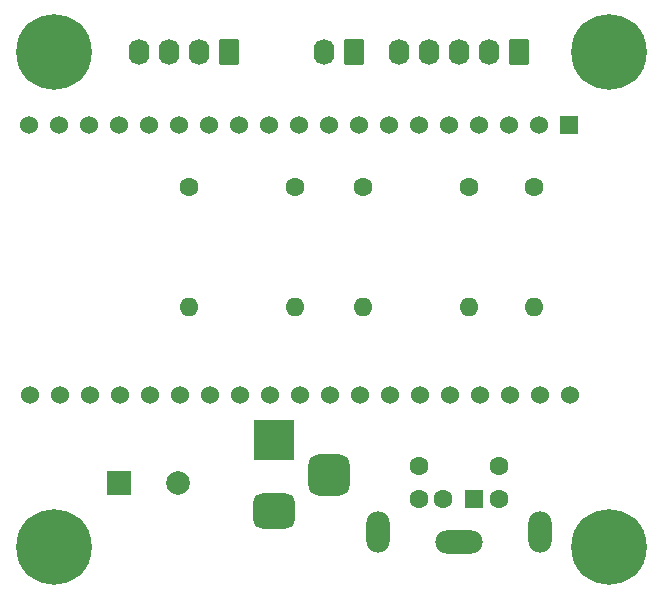
<source format=gbr>
%TF.GenerationSoftware,KiCad,Pcbnew,(6.0.7)*%
%TF.CreationDate,2024-08-27T11:09:32+08:00*%
%TF.ProjectId,KiCad_Esp32_LotNoDisplay,4b694361-645f-4457-9370-33325f4c6f74,rev?*%
%TF.SameCoordinates,Original*%
%TF.FileFunction,Soldermask,Bot*%
%TF.FilePolarity,Negative*%
%FSLAX46Y46*%
G04 Gerber Fmt 4.6, Leading zero omitted, Abs format (unit mm)*
G04 Created by KiCad (PCBNEW (6.0.7)) date 2024-08-27 11:09:32*
%MOMM*%
%LPD*%
G01*
G04 APERTURE LIST*
G04 Aperture macros list*
%AMRoundRect*
0 Rectangle with rounded corners*
0 $1 Rounding radius*
0 $2 $3 $4 $5 $6 $7 $8 $9 X,Y pos of 4 corners*
0 Add a 4 corners polygon primitive as box body*
4,1,4,$2,$3,$4,$5,$6,$7,$8,$9,$2,$3,0*
0 Add four circle primitives for the rounded corners*
1,1,$1+$1,$2,$3*
1,1,$1+$1,$4,$5*
1,1,$1+$1,$6,$7*
1,1,$1+$1,$8,$9*
0 Add four rect primitives between the rounded corners*
20,1,$1+$1,$2,$3,$4,$5,0*
20,1,$1+$1,$4,$5,$6,$7,0*
20,1,$1+$1,$6,$7,$8,$9,0*
20,1,$1+$1,$8,$9,$2,$3,0*%
G04 Aperture macros list end*
%ADD10O,1.740000X2.190000*%
%ADD11RoundRect,0.250000X0.620000X0.845000X-0.620000X0.845000X-0.620000X-0.845000X0.620000X-0.845000X0*%
%ADD12C,1.530000*%
%ADD13R,1.530000X1.530000*%
%ADD14C,0.800000*%
%ADD15C,6.400000*%
%ADD16C,1.600000*%
%ADD17O,1.600000X1.600000*%
%ADD18RoundRect,0.875000X0.875000X-0.875000X0.875000X0.875000X-0.875000X0.875000X-0.875000X-0.875000X0*%
%ADD19RoundRect,0.750000X1.000000X-0.750000X1.000000X0.750000X-1.000000X0.750000X-1.000000X-0.750000X0*%
%ADD20R,3.500000X3.500000*%
%ADD21R,1.600000X1.600000*%
%ADD22O,4.000000X2.000000*%
%ADD23O,2.000000X3.500000*%
%ADD24C,2.000000*%
%ADD25R,2.000000X2.000000*%
G04 APERTURE END LIST*
D10*
%TO.C,J5*%
X32639000Y-30480000D03*
X35179000Y-30480000D03*
X37719000Y-30480000D03*
D11*
X40259000Y-30480000D03*
%TD*%
D12*
%TO.C,U2*%
X69085475Y-59518806D03*
X66545475Y-59518806D03*
X64005475Y-59518806D03*
X61465475Y-59518806D03*
X58925475Y-59518806D03*
X56385475Y-59518806D03*
X53845475Y-59518806D03*
X51305475Y-59518806D03*
X48765475Y-59518806D03*
X46225475Y-59518806D03*
X43685475Y-59518806D03*
X41145475Y-59518806D03*
X38605475Y-59518806D03*
X36065475Y-59518806D03*
X33525475Y-59518806D03*
X30985475Y-59518806D03*
X28445475Y-59518806D03*
X25905475Y-59518806D03*
X23365475Y-59518806D03*
X23355475Y-36658806D03*
X25895475Y-36658806D03*
X28435475Y-36658806D03*
X30975475Y-36658806D03*
X33515475Y-36658806D03*
X36055475Y-36658806D03*
X38595475Y-36658806D03*
X41135475Y-36658806D03*
X43675475Y-36658806D03*
X46215475Y-36658806D03*
X48755475Y-36658806D03*
X51295475Y-36658806D03*
X53835475Y-36658806D03*
X56375475Y-36658806D03*
X58915475Y-36658806D03*
X61455475Y-36658806D03*
X63995475Y-36658806D03*
X66535475Y-36658806D03*
D13*
X69075475Y-36658806D03*
%TD*%
D14*
%TO.C,H2*%
X72390000Y-28080000D03*
X74087056Y-32177056D03*
X74087056Y-28782944D03*
X74790000Y-30480000D03*
D15*
X72390000Y-30480000D03*
D14*
X72390000Y-32880000D03*
X70692944Y-28782944D03*
X70692944Y-32177056D03*
X69990000Y-30480000D03*
%TD*%
%TO.C,H4*%
X23000000Y-72390000D03*
X23702944Y-74087056D03*
X23702944Y-70692944D03*
X25400000Y-74790000D03*
D15*
X25400000Y-72390000D03*
D14*
X27800000Y-72390000D03*
X27097056Y-70692944D03*
X27097056Y-74087056D03*
X25400000Y-69990000D03*
%TD*%
%TO.C,H3*%
X69990000Y-72390000D03*
X70692944Y-74087056D03*
X70692944Y-70692944D03*
X72390000Y-74790000D03*
D15*
X72390000Y-72390000D03*
D14*
X74790000Y-72390000D03*
X74087056Y-70692944D03*
X74087056Y-74087056D03*
X72390000Y-69990000D03*
%TD*%
D11*
%TO.C,J2*%
X64770000Y-30480000D03*
D10*
X62230000Y-30480000D03*
X59690000Y-30480000D03*
X57150000Y-30480000D03*
X54610000Y-30480000D03*
%TD*%
D16*
%TO.C,R8*%
X66040000Y-41910000D03*
D17*
X66040000Y-52070000D03*
%TD*%
%TO.C,R5*%
X45853332Y-52070000D03*
D16*
X45853332Y-41910000D03*
%TD*%
D17*
%TO.C,R4*%
X36830000Y-52070000D03*
D16*
X36830000Y-41910000D03*
%TD*%
D17*
%TO.C,R3*%
X60591662Y-52070000D03*
D16*
X60591662Y-41910000D03*
%TD*%
%TO.C,R2*%
X51568330Y-41910000D03*
D17*
X51568330Y-52070000D03*
%TD*%
D18*
%TO.C,J3*%
X48758870Y-66311280D03*
D19*
X44058870Y-69311280D03*
D20*
X44058870Y-63311280D03*
%TD*%
D11*
%TO.C,J4*%
X50800000Y-30480000D03*
D10*
X48260000Y-30480000D03*
%TD*%
D21*
%TO.C,J1*%
X61007541Y-68302941D03*
D16*
X58407541Y-68302941D03*
X63107541Y-68302941D03*
X56307541Y-68302941D03*
X63107541Y-65502941D03*
X56307541Y-65502941D03*
D22*
X59707541Y-71952941D03*
D23*
X66557541Y-71152941D03*
X52857541Y-71152941D03*
%TD*%
D14*
%TO.C,H1*%
X25400000Y-28080000D03*
X27097056Y-32177056D03*
X27097056Y-28782944D03*
X27800000Y-30480000D03*
D15*
X25400000Y-30480000D03*
D14*
X25400000Y-32880000D03*
X23702944Y-28782944D03*
X23702944Y-32177056D03*
X23000000Y-30480000D03*
%TD*%
D24*
%TO.C,C1*%
X35927924Y-66955043D03*
D25*
X30927924Y-66955043D03*
%TD*%
M02*

</source>
